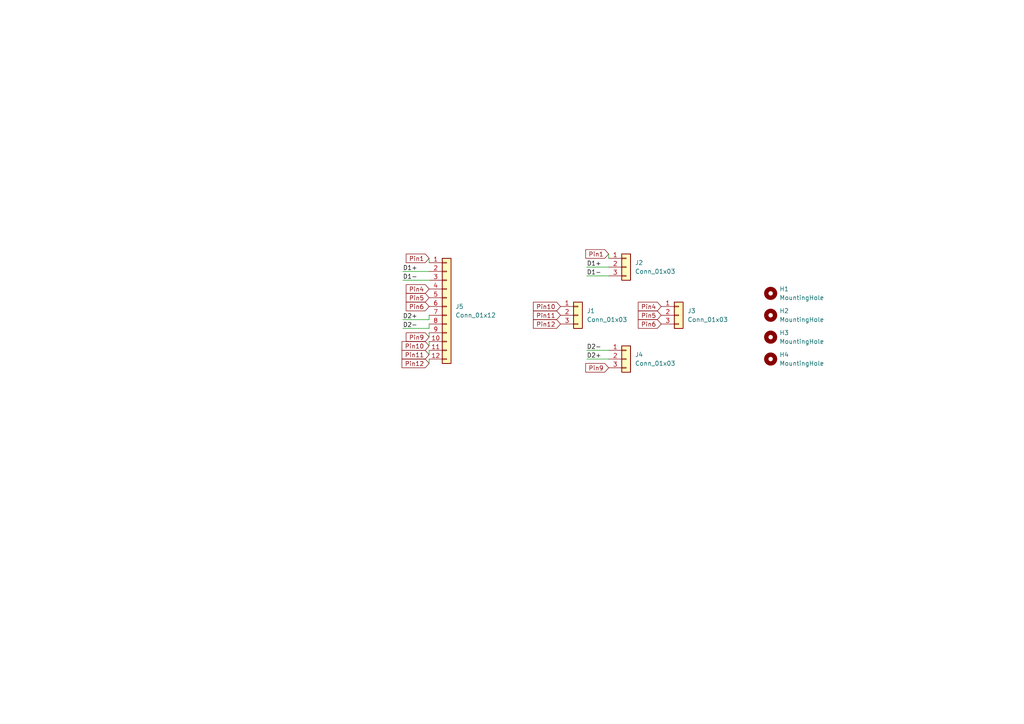
<source format=kicad_sch>
(kicad_sch (version 20211123) (generator eeschema)

  (uuid 3f687992-8b4e-4d8e-a672-f7638ae782fa)

  (paper "A4")

  (lib_symbols
    (symbol "Connector_Generic:Conn_01x03" (pin_names (offset 1.016) hide) (in_bom yes) (on_board yes)
      (property "Reference" "J" (id 0) (at 0 5.08 0)
        (effects (font (size 1.27 1.27)))
      )
      (property "Value" "Conn_01x03" (id 1) (at 0 -5.08 0)
        (effects (font (size 1.27 1.27)))
      )
      (property "Footprint" "" (id 2) (at 0 0 0)
        (effects (font (size 1.27 1.27)) hide)
      )
      (property "Datasheet" "~" (id 3) (at 0 0 0)
        (effects (font (size 1.27 1.27)) hide)
      )
      (property "ki_keywords" "connector" (id 4) (at 0 0 0)
        (effects (font (size 1.27 1.27)) hide)
      )
      (property "ki_description" "Generic connector, single row, 01x03, script generated (kicad-library-utils/schlib/autogen/connector/)" (id 5) (at 0 0 0)
        (effects (font (size 1.27 1.27)) hide)
      )
      (property "ki_fp_filters" "Connector*:*_1x??_*" (id 6) (at 0 0 0)
        (effects (font (size 1.27 1.27)) hide)
      )
      (symbol "Conn_01x03_1_1"
        (rectangle (start -1.27 -2.413) (end 0 -2.667)
          (stroke (width 0.1524) (type default) (color 0 0 0 0))
          (fill (type none))
        )
        (rectangle (start -1.27 0.127) (end 0 -0.127)
          (stroke (width 0.1524) (type default) (color 0 0 0 0))
          (fill (type none))
        )
        (rectangle (start -1.27 2.667) (end 0 2.413)
          (stroke (width 0.1524) (type default) (color 0 0 0 0))
          (fill (type none))
        )
        (rectangle (start -1.27 3.81) (end 1.27 -3.81)
          (stroke (width 0.254) (type default) (color 0 0 0 0))
          (fill (type background))
        )
        (pin passive line (at -5.08 2.54 0) (length 3.81)
          (name "Pin_1" (effects (font (size 1.27 1.27))))
          (number "1" (effects (font (size 1.27 1.27))))
        )
        (pin passive line (at -5.08 0 0) (length 3.81)
          (name "Pin_2" (effects (font (size 1.27 1.27))))
          (number "2" (effects (font (size 1.27 1.27))))
        )
        (pin passive line (at -5.08 -2.54 0) (length 3.81)
          (name "Pin_3" (effects (font (size 1.27 1.27))))
          (number "3" (effects (font (size 1.27 1.27))))
        )
      )
    )
    (symbol "Connector_Generic:Conn_01x12" (pin_names (offset 1.016) hide) (in_bom yes) (on_board yes)
      (property "Reference" "J" (id 0) (at 0 15.24 0)
        (effects (font (size 1.27 1.27)))
      )
      (property "Value" "Conn_01x12" (id 1) (at 0 -17.78 0)
        (effects (font (size 1.27 1.27)))
      )
      (property "Footprint" "" (id 2) (at 0 0 0)
        (effects (font (size 1.27 1.27)) hide)
      )
      (property "Datasheet" "~" (id 3) (at 0 0 0)
        (effects (font (size 1.27 1.27)) hide)
      )
      (property "ki_keywords" "connector" (id 4) (at 0 0 0)
        (effects (font (size 1.27 1.27)) hide)
      )
      (property "ki_description" "Generic connector, single row, 01x12, script generated (kicad-library-utils/schlib/autogen/connector/)" (id 5) (at 0 0 0)
        (effects (font (size 1.27 1.27)) hide)
      )
      (property "ki_fp_filters" "Connector*:*_1x??_*" (id 6) (at 0 0 0)
        (effects (font (size 1.27 1.27)) hide)
      )
      (symbol "Conn_01x12_1_1"
        (rectangle (start -1.27 -15.113) (end 0 -15.367)
          (stroke (width 0.1524) (type default) (color 0 0 0 0))
          (fill (type none))
        )
        (rectangle (start -1.27 -12.573) (end 0 -12.827)
          (stroke (width 0.1524) (type default) (color 0 0 0 0))
          (fill (type none))
        )
        (rectangle (start -1.27 -10.033) (end 0 -10.287)
          (stroke (width 0.1524) (type default) (color 0 0 0 0))
          (fill (type none))
        )
        (rectangle (start -1.27 -7.493) (end 0 -7.747)
          (stroke (width 0.1524) (type default) (color 0 0 0 0))
          (fill (type none))
        )
        (rectangle (start -1.27 -4.953) (end 0 -5.207)
          (stroke (width 0.1524) (type default) (color 0 0 0 0))
          (fill (type none))
        )
        (rectangle (start -1.27 -2.413) (end 0 -2.667)
          (stroke (width 0.1524) (type default) (color 0 0 0 0))
          (fill (type none))
        )
        (rectangle (start -1.27 0.127) (end 0 -0.127)
          (stroke (width 0.1524) (type default) (color 0 0 0 0))
          (fill (type none))
        )
        (rectangle (start -1.27 2.667) (end 0 2.413)
          (stroke (width 0.1524) (type default) (color 0 0 0 0))
          (fill (type none))
        )
        (rectangle (start -1.27 5.207) (end 0 4.953)
          (stroke (width 0.1524) (type default) (color 0 0 0 0))
          (fill (type none))
        )
        (rectangle (start -1.27 7.747) (end 0 7.493)
          (stroke (width 0.1524) (type default) (color 0 0 0 0))
          (fill (type none))
        )
        (rectangle (start -1.27 10.287) (end 0 10.033)
          (stroke (width 0.1524) (type default) (color 0 0 0 0))
          (fill (type none))
        )
        (rectangle (start -1.27 12.827) (end 0 12.573)
          (stroke (width 0.1524) (type default) (color 0 0 0 0))
          (fill (type none))
        )
        (rectangle (start -1.27 13.97) (end 1.27 -16.51)
          (stroke (width 0.254) (type default) (color 0 0 0 0))
          (fill (type background))
        )
        (pin passive line (at -5.08 12.7 0) (length 3.81)
          (name "Pin_1" (effects (font (size 1.27 1.27))))
          (number "1" (effects (font (size 1.27 1.27))))
        )
        (pin passive line (at -5.08 -10.16 0) (length 3.81)
          (name "Pin_10" (effects (font (size 1.27 1.27))))
          (number "10" (effects (font (size 1.27 1.27))))
        )
        (pin passive line (at -5.08 -12.7 0) (length 3.81)
          (name "Pin_11" (effects (font (size 1.27 1.27))))
          (number "11" (effects (font (size 1.27 1.27))))
        )
        (pin passive line (at -5.08 -15.24 0) (length 3.81)
          (name "Pin_12" (effects (font (size 1.27 1.27))))
          (number "12" (effects (font (size 1.27 1.27))))
        )
        (pin passive line (at -5.08 10.16 0) (length 3.81)
          (name "Pin_2" (effects (font (size 1.27 1.27))))
          (number "2" (effects (font (size 1.27 1.27))))
        )
        (pin passive line (at -5.08 7.62 0) (length 3.81)
          (name "Pin_3" (effects (font (size 1.27 1.27))))
          (number "3" (effects (font (size 1.27 1.27))))
        )
        (pin passive line (at -5.08 5.08 0) (length 3.81)
          (name "Pin_4" (effects (font (size 1.27 1.27))))
          (number "4" (effects (font (size 1.27 1.27))))
        )
        (pin passive line (at -5.08 2.54 0) (length 3.81)
          (name "Pin_5" (effects (font (size 1.27 1.27))))
          (number "5" (effects (font (size 1.27 1.27))))
        )
        (pin passive line (at -5.08 0 0) (length 3.81)
          (name "Pin_6" (effects (font (size 1.27 1.27))))
          (number "6" (effects (font (size 1.27 1.27))))
        )
        (pin passive line (at -5.08 -2.54 0) (length 3.81)
          (name "Pin_7" (effects (font (size 1.27 1.27))))
          (number "7" (effects (font (size 1.27 1.27))))
        )
        (pin passive line (at -5.08 -5.08 0) (length 3.81)
          (name "Pin_8" (effects (font (size 1.27 1.27))))
          (number "8" (effects (font (size 1.27 1.27))))
        )
        (pin passive line (at -5.08 -7.62 0) (length 3.81)
          (name "Pin_9" (effects (font (size 1.27 1.27))))
          (number "9" (effects (font (size 1.27 1.27))))
        )
      )
    )
    (symbol "Mechanical:MountingHole" (pin_names (offset 1.016)) (in_bom yes) (on_board yes)
      (property "Reference" "H" (id 0) (at 0 5.08 0)
        (effects (font (size 1.27 1.27)))
      )
      (property "Value" "MountingHole" (id 1) (at 0 3.175 0)
        (effects (font (size 1.27 1.27)))
      )
      (property "Footprint" "" (id 2) (at 0 0 0)
        (effects (font (size 1.27 1.27)) hide)
      )
      (property "Datasheet" "~" (id 3) (at 0 0 0)
        (effects (font (size 1.27 1.27)) hide)
      )
      (property "ki_keywords" "mounting hole" (id 4) (at 0 0 0)
        (effects (font (size 1.27 1.27)) hide)
      )
      (property "ki_description" "Mounting Hole without connection" (id 5) (at 0 0 0)
        (effects (font (size 1.27 1.27)) hide)
      )
      (property "ki_fp_filters" "MountingHole*" (id 6) (at 0 0 0)
        (effects (font (size 1.27 1.27)) hide)
      )
      (symbol "MountingHole_0_1"
        (circle (center 0 0) (radius 1.27)
          (stroke (width 1.27) (type default) (color 0 0 0 0))
          (fill (type none))
        )
      )
    )
  )


  (wire (pts (xy 124.46 97.79) (xy 124.46 96.52))
    (stroke (width 0) (type default) (color 0 0 0 0))
    (uuid 124a04b8-0f36-45b3-ad83-7f5bfe104810)
  )
  (wire (pts (xy 170.18 77.47) (xy 176.53 77.47))
    (stroke (width 0) (type default) (color 0 0 0 0))
    (uuid 1ddd9fcb-7638-4d04-9aed-84c8de3ae3e0)
  )
  (wire (pts (xy 124.46 102.87) (xy 124.46 101.6))
    (stroke (width 0) (type default) (color 0 0 0 0))
    (uuid 25657b14-e0e1-490a-b14e-5f053b91bd1d)
  )
  (wire (pts (xy 116.84 95.25) (xy 124.46 95.25))
    (stroke (width 0) (type default) (color 0 0 0 0))
    (uuid 267f2cce-498d-4c17-83c8-58a524adf0c1)
  )
  (wire (pts (xy 170.18 101.6) (xy 176.53 101.6))
    (stroke (width 0) (type default) (color 0 0 0 0))
    (uuid 5a32e3de-3407-41b4-96d9-60d199cecd71)
  )
  (wire (pts (xy 116.84 81.28) (xy 124.46 81.28))
    (stroke (width 0) (type default) (color 0 0 0 0))
    (uuid 68a1791a-ec25-4f36-b0c3-474e44be1eda)
  )
  (wire (pts (xy 124.46 93.98) (xy 124.46 95.25))
    (stroke (width 0) (type default) (color 0 0 0 0))
    (uuid 71b19aeb-e69c-4c20-9cf8-38f531156a34)
  )
  (wire (pts (xy 124.46 105.41) (xy 124.46 104.14))
    (stroke (width 0) (type default) (color 0 0 0 0))
    (uuid 900ec7e1-fa62-4775-bbbf-3a3c1080fb33)
  )
  (wire (pts (xy 170.18 104.14) (xy 176.53 104.14))
    (stroke (width 0) (type default) (color 0 0 0 0))
    (uuid aaeb7c8d-99ce-4896-a0bf-c34e4a0c763c)
  )
  (wire (pts (xy 170.18 80.01) (xy 176.53 80.01))
    (stroke (width 0) (type default) (color 0 0 0 0))
    (uuid ad714c44-6a0b-46ec-8f5f-9f21aa49840f)
  )
  (wire (pts (xy 116.84 78.74) (xy 124.46 78.74))
    (stroke (width 0) (type default) (color 0 0 0 0))
    (uuid bc2bdbf2-d150-468b-85d9-252957604cd9)
  )
  (wire (pts (xy 124.46 92.71) (xy 124.46 91.44))
    (stroke (width 0) (type default) (color 0 0 0 0))
    (uuid c948774a-7ee5-4f31-9e1e-1215c6ba9f96)
  )
  (wire (pts (xy 116.84 92.71) (xy 124.46 92.71))
    (stroke (width 0) (type default) (color 0 0 0 0))
    (uuid c9739d16-7515-434a-8d2a-c322a8447edf)
  )
  (wire (pts (xy 124.46 74.93) (xy 124.46 76.2))
    (stroke (width 0) (type default) (color 0 0 0 0))
    (uuid d534c919-c52f-4073-a253-3457f2e81aee)
  )
  (wire (pts (xy 124.46 100.33) (xy 124.46 99.06))
    (stroke (width 0) (type default) (color 0 0 0 0))
    (uuid dcd790aa-a68a-4a8f-8268-6d8a12811b37)
  )
  (wire (pts (xy 176.53 73.66) (xy 176.53 74.93))
    (stroke (width 0) (type default) (color 0 0 0 0))
    (uuid fa500317-bbe3-4a6a-adcc-4da885860d74)
  )

  (label "D1-" (at 116.84 81.28 0)
    (effects (font (size 1.27 1.27)) (justify left bottom))
    (uuid 100a5a7f-6b74-4be3-9d2f-3d959410df96)
  )
  (label "D1+" (at 170.18 77.47 0)
    (effects (font (size 1.27 1.27)) (justify left bottom))
    (uuid 3900e1db-8ee5-4a48-a490-8ea3c686dcad)
  )
  (label "D2-" (at 116.84 95.25 0)
    (effects (font (size 1.27 1.27)) (justify left bottom))
    (uuid 3e975c14-c9e1-474c-89c3-86e65b4bbfd6)
  )
  (label "D2+" (at 116.84 92.71 0)
    (effects (font (size 1.27 1.27)) (justify left bottom))
    (uuid 497424d7-0861-4cd7-9a64-bc57bdae62d7)
  )
  (label "D2+" (at 170.18 104.14 0)
    (effects (font (size 1.27 1.27)) (justify left bottom))
    (uuid 4d9bcdf3-5690-4d2a-9946-75f923065ba5)
  )
  (label "D1-" (at 170.18 80.01 0)
    (effects (font (size 1.27 1.27)) (justify left bottom))
    (uuid a5408dfd-e9b1-4544-9168-0feee4d2251d)
  )
  (label "D2-" (at 170.18 101.6 0)
    (effects (font (size 1.27 1.27)) (justify left bottom))
    (uuid ae3596fa-9dbc-48f4-b9f4-e46f88d04d3b)
  )
  (label "D1+" (at 116.84 78.74 0)
    (effects (font (size 1.27 1.27)) (justify left bottom))
    (uuid bea0beb4-fd85-4ef3-8777-f3a2f6cbcea2)
  )

  (global_label "Pin4" (shape input) (at 191.77 88.9 180) (fields_autoplaced)
    (effects (font (size 1.27 1.27)) (justify right))
    (uuid 02a942a3-2fa6-403e-a935-59a15654fc35)
    (property "Intersheet References" "${INTERSHEET_REFS}" (id 0) (at 185.1236 88.8206 0)
      (effects (font (size 1.27 1.27)) (justify right) hide)
    )
  )
  (global_label "Pin5" (shape input) (at 191.77 91.44 180) (fields_autoplaced)
    (effects (font (size 1.27 1.27)) (justify right))
    (uuid 08471dd2-4f3a-4f6f-8437-b9cf6f1ca7d7)
    (property "Intersheet References" "${INTERSHEET_REFS}" (id 0) (at 185.1236 91.3606 0)
      (effects (font (size 1.27 1.27)) (justify right) hide)
    )
  )
  (global_label "Pin1" (shape input) (at 176.53 73.66 180) (fields_autoplaced)
    (effects (font (size 1.27 1.27)) (justify right))
    (uuid 29145a95-d424-4f22-8672-07c695b1c7cb)
    (property "Intersheet References" "${INTERSHEET_REFS}" (id 0) (at 169.8836 73.5806 0)
      (effects (font (size 1.27 1.27)) (justify right) hide)
    )
  )
  (global_label "Pin6" (shape input) (at 124.46 88.9 180) (fields_autoplaced)
    (effects (font (size 1.27 1.27)) (justify right))
    (uuid 296ba026-7c5f-4d47-b79e-51dd05fce94b)
    (property "Intersheet References" "${INTERSHEET_REFS}" (id 0) (at 117.8136 88.8206 0)
      (effects (font (size 1.27 1.27)) (justify right) hide)
    )
  )
  (global_label "Pin9" (shape input) (at 176.53 106.68 180) (fields_autoplaced)
    (effects (font (size 1.27 1.27)) (justify right))
    (uuid 3703f06f-83fd-43cb-adca-c38c059082e2)
    (property "Intersheet References" "${INTERSHEET_REFS}" (id 0) (at 169.8836 106.6006 0)
      (effects (font (size 1.27 1.27)) (justify right) hide)
    )
  )
  (global_label "Pin5" (shape input) (at 124.46 86.36 180) (fields_autoplaced)
    (effects (font (size 1.27 1.27)) (justify right))
    (uuid 498b810a-2dfa-428a-afd1-8c84866bbd6d)
    (property "Intersheet References" "${INTERSHEET_REFS}" (id 0) (at 117.8136 86.2806 0)
      (effects (font (size 1.27 1.27)) (justify right) hide)
    )
  )
  (global_label "Pin6" (shape input) (at 191.77 93.98 180) (fields_autoplaced)
    (effects (font (size 1.27 1.27)) (justify right))
    (uuid 4cbc2b36-dd63-4aa9-af37-0df74f938ce0)
    (property "Intersheet References" "${INTERSHEET_REFS}" (id 0) (at 185.1236 93.9006 0)
      (effects (font (size 1.27 1.27)) (justify right) hide)
    )
  )
  (global_label "Pin10" (shape input) (at 162.56 88.9 180) (fields_autoplaced)
    (effects (font (size 1.27 1.27)) (justify right))
    (uuid 5ad5f73b-befe-4981-bb85-7f923a3f3f1a)
    (property "Intersheet References" "${INTERSHEET_REFS}" (id 0) (at 154.704 88.8206 0)
      (effects (font (size 1.27 1.27)) (justify right) hide)
    )
  )
  (global_label "Pin10" (shape input) (at 124.46 100.33 180) (fields_autoplaced)
    (effects (font (size 1.27 1.27)) (justify right))
    (uuid 84f65bb3-941c-4630-b78f-2fe0a1c739ba)
    (property "Intersheet References" "${INTERSHEET_REFS}" (id 0) (at 116.604 100.2506 0)
      (effects (font (size 1.27 1.27)) (justify right) hide)
    )
  )
  (global_label "Pin9" (shape input) (at 124.46 97.79 180) (fields_autoplaced)
    (effects (font (size 1.27 1.27)) (justify right))
    (uuid 86fb616e-f346-4cf7-91c7-847da0a2dd90)
    (property "Intersheet References" "${INTERSHEET_REFS}" (id 0) (at 117.8136 97.7106 0)
      (effects (font (size 1.27 1.27)) (justify right) hide)
    )
  )
  (global_label "Pin11" (shape input) (at 124.46 102.87 180) (fields_autoplaced)
    (effects (font (size 1.27 1.27)) (justify right))
    (uuid 8cd891d4-f76a-4ee6-93e0-587dc034cd64)
    (property "Intersheet References" "${INTERSHEET_REFS}" (id 0) (at 116.604 102.7906 0)
      (effects (font (size 1.27 1.27)) (justify right) hide)
    )
  )
  (global_label "Pin12" (shape input) (at 124.46 105.41 180) (fields_autoplaced)
    (effects (font (size 1.27 1.27)) (justify right))
    (uuid b0999b5b-8973-4b18-97ef-2c70b58bae94)
    (property "Intersheet References" "${INTERSHEET_REFS}" (id 0) (at 116.604 105.3306 0)
      (effects (font (size 1.27 1.27)) (justify right) hide)
    )
  )
  (global_label "Pin4" (shape input) (at 124.46 83.82 180) (fields_autoplaced)
    (effects (font (size 1.27 1.27)) (justify right))
    (uuid b7b7b58c-efd7-4651-b20b-66b4294c819d)
    (property "Intersheet References" "${INTERSHEET_REFS}" (id 0) (at 117.8136 83.7406 0)
      (effects (font (size 1.27 1.27)) (justify right) hide)
    )
  )
  (global_label "Pin12" (shape input) (at 162.56 93.98 180) (fields_autoplaced)
    (effects (font (size 1.27 1.27)) (justify right))
    (uuid ce09b312-d619-47b7-b4ef-bc1374eb5fb2)
    (property "Intersheet References" "${INTERSHEET_REFS}" (id 0) (at 154.704 93.9006 0)
      (effects (font (size 1.27 1.27)) (justify right) hide)
    )
  )
  (global_label "Pin1" (shape input) (at 124.46 74.93 180) (fields_autoplaced)
    (effects (font (size 1.27 1.27)) (justify right))
    (uuid d54cb01f-a81b-4978-8cdb-c190afbdfaf0)
    (property "Intersheet References" "${INTERSHEET_REFS}" (id 0) (at 117.8136 74.8506 0)
      (effects (font (size 1.27 1.27)) (justify right) hide)
    )
  )
  (global_label "Pin11" (shape input) (at 162.56 91.44 180) (fields_autoplaced)
    (effects (font (size 1.27 1.27)) (justify right))
    (uuid e7aa79e3-f190-44f1-9bd1-c42f67bb657d)
    (property "Intersheet References" "${INTERSHEET_REFS}" (id 0) (at 154.704 91.3606 0)
      (effects (font (size 1.27 1.27)) (justify right) hide)
    )
  )

  (symbol (lib_id "Mechanical:MountingHole") (at 223.52 104.14 0) (unit 1)
    (in_bom yes) (on_board yes) (fields_autoplaced)
    (uuid 0244e3d1-002d-41d5-8337-f0b937d5610a)
    (property "Reference" "H4" (id 0) (at 226.06 102.8699 0)
      (effects (font (size 1.27 1.27)) (justify left))
    )
    (property "Value" "MountingHole" (id 1) (at 226.06 105.4099 0)
      (effects (font (size 1.27 1.27)) (justify left))
    )
    (property "Footprint" "MountingHole:MountingHole_2.5mm" (id 2) (at 223.52 104.14 0)
      (effects (font (size 1.27 1.27)) hide)
    )
    (property "Datasheet" "~" (id 3) (at 223.52 104.14 0)
      (effects (font (size 1.27 1.27)) hide)
    )
  )

  (symbol (lib_id "Mechanical:MountingHole") (at 223.52 91.44 0) (unit 1)
    (in_bom yes) (on_board yes) (fields_autoplaced)
    (uuid 086bcb7e-becf-4405-bf61-f0ffe6cc404b)
    (property "Reference" "H2" (id 0) (at 226.06 90.1699 0)
      (effects (font (size 1.27 1.27)) (justify left))
    )
    (property "Value" "MountingHole" (id 1) (at 226.06 92.7099 0)
      (effects (font (size 1.27 1.27)) (justify left))
    )
    (property "Footprint" "MountingHole:MountingHole_2.5mm" (id 2) (at 223.52 91.44 0)
      (effects (font (size 1.27 1.27)) hide)
    )
    (property "Datasheet" "~" (id 3) (at 223.52 91.44 0)
      (effects (font (size 1.27 1.27)) hide)
    )
  )

  (symbol (lib_id "Connector_Generic:Conn_01x03") (at 181.61 77.47 0) (unit 1)
    (in_bom yes) (on_board yes) (fields_autoplaced)
    (uuid 179153a4-5cf3-4e80-aed5-63cdcc723525)
    (property "Reference" "J2" (id 0) (at 184.15 76.1999 0)
      (effects (font (size 1.27 1.27)) (justify left))
    )
    (property "Value" "Conn_01x03" (id 1) (at 184.15 78.7399 0)
      (effects (font (size 1.27 1.27)) (justify left))
    )
    (property "Footprint" "Connector_PinSocket_2.54mm:PinSocket_1x03_P2.54mm_Vertical" (id 2) (at 181.61 77.47 0)
      (effects (font (size 1.27 1.27)) hide)
    )
    (property "Datasheet" "~" (id 3) (at 181.61 77.47 0)
      (effects (font (size 1.27 1.27)) hide)
    )
    (pin "1" (uuid b58a05ab-8ce1-48d2-bd2e-17b6152ce618))
    (pin "2" (uuid 14cae1e4-5822-4fe1-add2-7be3803b423d))
    (pin "3" (uuid 50bbd97c-4f4c-45c9-bc3b-5ac643ce3e7b))
  )

  (symbol (lib_id "Connector_Generic:Conn_01x12") (at 129.54 88.9 0) (unit 1)
    (in_bom yes) (on_board yes) (fields_autoplaced)
    (uuid 34452747-cadf-46be-b5c8-3a06434f6d5e)
    (property "Reference" "J5" (id 0) (at 132.08 88.8999 0)
      (effects (font (size 1.27 1.27)) (justify left))
    )
    (property "Value" "Conn_01x12" (id 1) (at 132.08 91.4399 0)
      (effects (font (size 1.27 1.27)) (justify left))
    )
    (property "Footprint" "TerminalBlock_Phoenix:TerminalBlock_Phoenix_MPT-0,5-12-2.54_1x12_P2.54mm_Horizontal" (id 2) (at 129.54 88.9 0)
      (effects (font (size 1.27 1.27)) hide)
    )
    (property "Datasheet" "~" (id 3) (at 129.54 88.9 0)
      (effects (font (size 1.27 1.27)) hide)
    )
    (pin "1" (uuid 0d9f3b4c-847c-4248-8e54-0f4bc5b1affa))
    (pin "10" (uuid 011ea775-e523-4887-9353-c908d4056fd9))
    (pin "11" (uuid d06f6e70-7176-48f4-a407-7a9c458dded2))
    (pin "12" (uuid 99e7ba50-6fcc-43aa-bf4f-127a1040b78d))
    (pin "2" (uuid 20c91b4e-519e-421e-b9a0-31e20b0c92a7))
    (pin "3" (uuid 838a8efa-73e6-4ac6-8dd6-a90c193e0e60))
    (pin "4" (uuid 8b30bfd8-c6a2-4821-8181-7282a8f9f574))
    (pin "5" (uuid 51bc788e-a13b-4bca-8936-e022506b628a))
    (pin "6" (uuid 2d4ea709-02df-4dd2-875c-b3dabf44a2d9))
    (pin "7" (uuid 14e343ed-beff-4690-b28c-2a1c1878637d))
    (pin "8" (uuid b31df197-b025-4d74-872b-5fb23daa8fbf))
    (pin "9" (uuid 2429e08a-2efd-47a1-a90b-2e0f53abbca6))
  )

  (symbol (lib_id "Connector_Generic:Conn_01x03") (at 196.85 91.44 0) (unit 1)
    (in_bom yes) (on_board yes) (fields_autoplaced)
    (uuid 77881e70-dd08-433f-a3be-b6ecd22af8cd)
    (property "Reference" "J3" (id 0) (at 199.39 90.1699 0)
      (effects (font (size 1.27 1.27)) (justify left))
    )
    (property "Value" "Conn_01x03" (id 1) (at 199.39 92.7099 0)
      (effects (font (size 1.27 1.27)) (justify left))
    )
    (property "Footprint" "Connector_PinSocket_2.54mm:PinSocket_1x03_P2.54mm_Vertical" (id 2) (at 196.85 91.44 0)
      (effects (font (size 1.27 1.27)) hide)
    )
    (property "Datasheet" "~" (id 3) (at 196.85 91.44 0)
      (effects (font (size 1.27 1.27)) hide)
    )
    (pin "1" (uuid 1663b176-0ee5-4339-9547-a14f286dacad))
    (pin "2" (uuid aadbfca0-e479-42c5-9b4c-35fa50570722))
    (pin "3" (uuid 9370f9df-64ac-43e4-b6ff-44dcc7fb3fc8))
  )

  (symbol (lib_id "Mechanical:MountingHole") (at 223.52 85.09 0) (unit 1)
    (in_bom yes) (on_board yes) (fields_autoplaced)
    (uuid 84cb5ca4-7f34-4746-838a-b5f51359e86c)
    (property "Reference" "H1" (id 0) (at 226.06 83.8199 0)
      (effects (font (size 1.27 1.27)) (justify left))
    )
    (property "Value" "MountingHole" (id 1) (at 226.06 86.3599 0)
      (effects (font (size 1.27 1.27)) (justify left))
    )
    (property "Footprint" "MountingHole:MountingHole_2.5mm" (id 2) (at 223.52 85.09 0)
      (effects (font (size 1.27 1.27)) hide)
    )
    (property "Datasheet" "~" (id 3) (at 223.52 85.09 0)
      (effects (font (size 1.27 1.27)) hide)
    )
  )

  (symbol (lib_id "Connector_Generic:Conn_01x03") (at 181.61 104.14 0) (unit 1)
    (in_bom yes) (on_board yes) (fields_autoplaced)
    (uuid bc621914-43f1-4cc5-8bf0-2d33331401ca)
    (property "Reference" "J4" (id 0) (at 184.15 102.8699 0)
      (effects (font (size 1.27 1.27)) (justify left))
    )
    (property "Value" "Conn_01x03" (id 1) (at 184.15 105.4099 0)
      (effects (font (size 1.27 1.27)) (justify left))
    )
    (property "Footprint" "Connector_PinHeader_2.54mm:PinHeader_1x03_P2.54mm_Vertical" (id 2) (at 181.61 104.14 0)
      (effects (font (size 1.27 1.27)) hide)
    )
    (property "Datasheet" "~" (id 3) (at 181.61 104.14 0)
      (effects (font (size 1.27 1.27)) hide)
    )
    (pin "1" (uuid 6f0ff3cf-6ef6-4647-800a-2ba0dcbdd278))
    (pin "2" (uuid 7eece186-e04c-4ac0-ae7e-346dc9131d1c))
    (pin "3" (uuid 1a230d3b-b486-41d6-bef7-739d9f73c8de))
  )

  (symbol (lib_id "Connector_Generic:Conn_01x03") (at 167.64 91.44 0) (unit 1)
    (in_bom yes) (on_board yes) (fields_autoplaced)
    (uuid be5c5929-ce11-434f-89f5-f894be6daad4)
    (property "Reference" "J1" (id 0) (at 170.18 90.1699 0)
      (effects (font (size 1.27 1.27)) (justify left))
    )
    (property "Value" "Conn_01x03" (id 1) (at 170.18 92.7099 0)
      (effects (font (size 1.27 1.27)) (justify left))
    )
    (property "Footprint" "Connector_PinHeader_2.54mm:PinHeader_1x03_P2.54mm_Vertical" (id 2) (at 167.64 91.44 0)
      (effects (font (size 1.27 1.27)) hide)
    )
    (property "Datasheet" "~" (id 3) (at 167.64 91.44 0)
      (effects (font (size 1.27 1.27)) hide)
    )
    (pin "1" (uuid 8d4a1168-fab1-4298-990a-8b4b2385b3a5))
    (pin "2" (uuid eedaccf5-f523-4e03-a2cd-9eeb4d377503))
    (pin "3" (uuid 94d09ba5-bab9-4d74-a438-5be1f5400694))
  )

  (symbol (lib_id "Mechanical:MountingHole") (at 223.52 97.79 0) (unit 1)
    (in_bom yes) (on_board yes) (fields_autoplaced)
    (uuid f1801554-4a97-48d2-9f77-65e3dae6eb61)
    (property "Reference" "H3" (id 0) (at 226.06 96.5199 0)
      (effects (font (size 1.27 1.27)) (justify left))
    )
    (property "Value" "MountingHole" (id 1) (at 226.06 99.0599 0)
      (effects (font (size 1.27 1.27)) (justify left))
    )
    (property "Footprint" "MountingHole:MountingHole_2.5mm" (id 2) (at 223.52 97.79 0)
      (effects (font (size 1.27 1.27)) hide)
    )
    (property "Datasheet" "~" (id 3) (at 223.52 97.79 0)
      (effects (font (size 1.27 1.27)) hide)
    )
  )

  (sheet_instances
    (path "/" (page "1"))
  )

  (symbol_instances
    (path "/84cb5ca4-7f34-4746-838a-b5f51359e86c"
      (reference "H1") (unit 1) (value "MountingHole") (footprint "MountingHole:MountingHole_2.5mm")
    )
    (path "/086bcb7e-becf-4405-bf61-f0ffe6cc404b"
      (reference "H2") (unit 1) (value "MountingHole") (footprint "MountingHole:MountingHole_2.5mm")
    )
    (path "/f1801554-4a97-48d2-9f77-65e3dae6eb61"
      (reference "H3") (unit 1) (value "MountingHole") (footprint "MountingHole:MountingHole_2.5mm")
    )
    (path "/0244e3d1-002d-41d5-8337-f0b937d5610a"
      (reference "H4") (unit 1) (value "MountingHole") (footprint "MountingHole:MountingHole_2.5mm")
    )
    (path "/be5c5929-ce11-434f-89f5-f894be6daad4"
      (reference "J1") (unit 1) (value "Conn_01x03") (footprint "Connector_PinHeader_2.54mm:PinHeader_1x03_P2.54mm_Vertical")
    )
    (path "/179153a4-5cf3-4e80-aed5-63cdcc723525"
      (reference "J2") (unit 1) (value "Conn_01x03") (footprint "Connector_PinSocket_2.54mm:PinSocket_1x03_P2.54mm_Vertical")
    )
    (path "/77881e70-dd08-433f-a3be-b6ecd22af8cd"
      (reference "J3") (unit 1) (value "Conn_01x03") (footprint "Connector_PinSocket_2.54mm:PinSocket_1x03_P2.54mm_Vertical")
    )
    (path "/bc621914-43f1-4cc5-8bf0-2d33331401ca"
      (reference "J4") (unit 1) (value "Conn_01x03") (footprint "Connector_PinHeader_2.54mm:PinHeader_1x03_P2.54mm_Vertical")
    )
    (path "/34452747-cadf-46be-b5c8-3a06434f6d5e"
      (reference "J5") (unit 1) (value "Conn_01x12") (footprint "TerminalBlock_Phoenix:TerminalBlock_Phoenix_MPT-0,5-12-2.54_1x12_P2.54mm_Horizontal")
    )
  )
)

</source>
